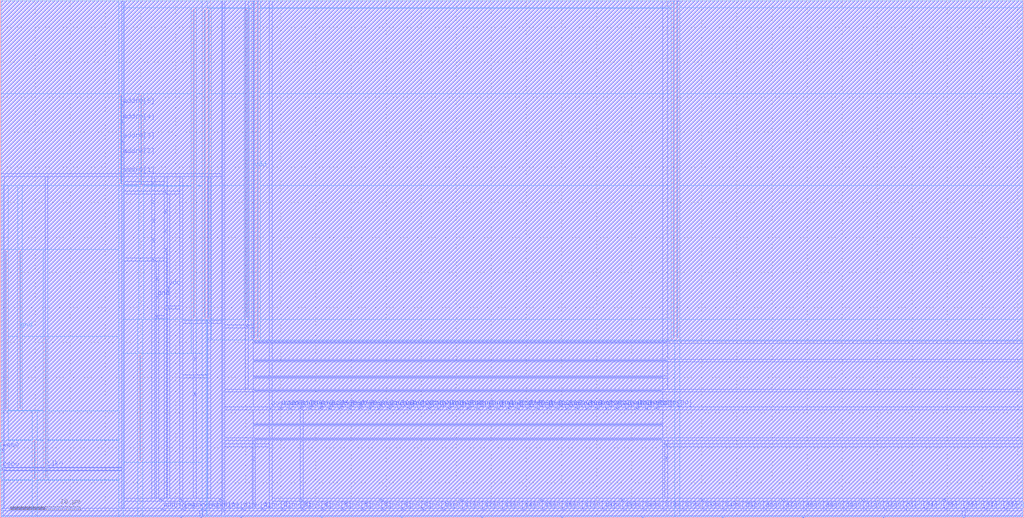
<source format=lef>
VERSION 5.4 ;
NAMESCASESENSITIVE ON ;
BUSBITCHARS "[]" ;
DIVIDERCHAR "/" ;
UNITS
  DATABASE MICRONS 2000 ;
END UNITS
MACRO freepdk45_sram_1rw0r_64x40_20
   CLASS BLOCK ;
   SIZE 145.91 BY 73.9025 ;
   SYMMETRY X Y R90 ;
   PIN din0[0]
      DIRECTION INPUT ;
      PORT
         LAYER metal3 ;
         RECT  31.725 1.105 31.86 1.24 ;
      END
   END din0[0]
   PIN din0[1]
      DIRECTION INPUT ;
      PORT
         LAYER metal3 ;
         RECT  34.585 1.105 34.72 1.24 ;
      END
   END din0[1]
   PIN din0[2]
      DIRECTION INPUT ;
      PORT
         LAYER metal3 ;
         RECT  37.445 1.105 37.58 1.24 ;
      END
   END din0[2]
   PIN din0[3]
      DIRECTION INPUT ;
      PORT
         LAYER metal3 ;
         RECT  40.305 1.105 40.44 1.24 ;
      END
   END din0[3]
   PIN din0[4]
      DIRECTION INPUT ;
      PORT
         LAYER metal3 ;
         RECT  43.165 1.105 43.3 1.24 ;
      END
   END din0[4]
   PIN din0[5]
      DIRECTION INPUT ;
      PORT
         LAYER metal3 ;
         RECT  46.025 1.105 46.16 1.24 ;
      END
   END din0[5]
   PIN din0[6]
      DIRECTION INPUT ;
      PORT
         LAYER metal3 ;
         RECT  48.885 1.105 49.02 1.24 ;
      END
   END din0[6]
   PIN din0[7]
      DIRECTION INPUT ;
      PORT
         LAYER metal3 ;
         RECT  51.745 1.105 51.88 1.24 ;
      END
   END din0[7]
   PIN din0[8]
      DIRECTION INPUT ;
      PORT
         LAYER metal3 ;
         RECT  54.605 1.105 54.74 1.24 ;
      END
   END din0[8]
   PIN din0[9]
      DIRECTION INPUT ;
      PORT
         LAYER metal3 ;
         RECT  57.465 1.105 57.6 1.24 ;
      END
   END din0[9]
   PIN din0[10]
      DIRECTION INPUT ;
      PORT
         LAYER metal3 ;
         RECT  60.325 1.105 60.46 1.24 ;
      END
   END din0[10]
   PIN din0[11]
      DIRECTION INPUT ;
      PORT
         LAYER metal3 ;
         RECT  63.185 1.105 63.32 1.24 ;
      END
   END din0[11]
   PIN din0[12]
      DIRECTION INPUT ;
      PORT
         LAYER metal3 ;
         RECT  66.045 1.105 66.18 1.24 ;
      END
   END din0[12]
   PIN din0[13]
      DIRECTION INPUT ;
      PORT
         LAYER metal3 ;
         RECT  68.905 1.105 69.04 1.24 ;
      END
   END din0[13]
   PIN din0[14]
      DIRECTION INPUT ;
      PORT
         LAYER metal3 ;
         RECT  71.765 1.105 71.9 1.24 ;
      END
   END din0[14]
   PIN din0[15]
      DIRECTION INPUT ;
      PORT
         LAYER metal3 ;
         RECT  74.625 1.105 74.76 1.24 ;
      END
   END din0[15]
   PIN din0[16]
      DIRECTION INPUT ;
      PORT
         LAYER metal3 ;
         RECT  77.485 1.105 77.62 1.24 ;
      END
   END din0[16]
   PIN din0[17]
      DIRECTION INPUT ;
      PORT
         LAYER metal3 ;
         RECT  80.345 1.105 80.48 1.24 ;
      END
   END din0[17]
   PIN din0[18]
      DIRECTION INPUT ;
      PORT
         LAYER metal3 ;
         RECT  83.205 1.105 83.34 1.24 ;
      END
   END din0[18]
   PIN din0[19]
      DIRECTION INPUT ;
      PORT
         LAYER metal3 ;
         RECT  86.065 1.105 86.2 1.24 ;
      END
   END din0[19]
   PIN din0[20]
      DIRECTION INPUT ;
      PORT
         LAYER metal3 ;
         RECT  88.925 1.105 89.06 1.24 ;
      END
   END din0[20]
   PIN din0[21]
      DIRECTION INPUT ;
      PORT
         LAYER metal3 ;
         RECT  91.785 1.105 91.92 1.24 ;
      END
   END din0[21]
   PIN din0[22]
      DIRECTION INPUT ;
      PORT
         LAYER metal3 ;
         RECT  94.645 1.105 94.78 1.24 ;
      END
   END din0[22]
   PIN din0[23]
      DIRECTION INPUT ;
      PORT
         LAYER metal3 ;
         RECT  97.505 1.105 97.64 1.24 ;
      END
   END din0[23]
   PIN din0[24]
      DIRECTION INPUT ;
      PORT
         LAYER metal3 ;
         RECT  100.365 1.105 100.5 1.24 ;
      END
   END din0[24]
   PIN din0[25]
      DIRECTION INPUT ;
      PORT
         LAYER metal3 ;
         RECT  103.225 1.105 103.36 1.24 ;
      END
   END din0[25]
   PIN din0[26]
      DIRECTION INPUT ;
      PORT
         LAYER metal3 ;
         RECT  106.085 1.105 106.22 1.24 ;
      END
   END din0[26]
   PIN din0[27]
      DIRECTION INPUT ;
      PORT
         LAYER metal3 ;
         RECT  108.945 1.105 109.08 1.24 ;
      END
   END din0[27]
   PIN din0[28]
      DIRECTION INPUT ;
      PORT
         LAYER metal3 ;
         RECT  111.805 1.105 111.94 1.24 ;
      END
   END din0[28]
   PIN din0[29]
      DIRECTION INPUT ;
      PORT
         LAYER metal3 ;
         RECT  114.665 1.105 114.8 1.24 ;
      END
   END din0[29]
   PIN din0[30]
      DIRECTION INPUT ;
      PORT
         LAYER metal3 ;
         RECT  117.525 1.105 117.66 1.24 ;
      END
   END din0[30]
   PIN din0[31]
      DIRECTION INPUT ;
      PORT
         LAYER metal3 ;
         RECT  120.385 1.105 120.52 1.24 ;
      END
   END din0[31]
   PIN din0[32]
      DIRECTION INPUT ;
      PORT
         LAYER metal3 ;
         RECT  123.245 1.105 123.38 1.24 ;
      END
   END din0[32]
   PIN din0[33]
      DIRECTION INPUT ;
      PORT
         LAYER metal3 ;
         RECT  126.105 1.105 126.24 1.24 ;
      END
   END din0[33]
   PIN din0[34]
      DIRECTION INPUT ;
      PORT
         LAYER metal3 ;
         RECT  128.965 1.105 129.1 1.24 ;
      END
   END din0[34]
   PIN din0[35]
      DIRECTION INPUT ;
      PORT
         LAYER metal3 ;
         RECT  131.825 1.105 131.96 1.24 ;
      END
   END din0[35]
   PIN din0[36]
      DIRECTION INPUT ;
      PORT
         LAYER metal3 ;
         RECT  134.685 1.105 134.82 1.24 ;
      END
   END din0[36]
   PIN din0[37]
      DIRECTION INPUT ;
      PORT
         LAYER metal3 ;
         RECT  137.545 1.105 137.68 1.24 ;
      END
   END din0[37]
   PIN din0[38]
      DIRECTION INPUT ;
      PORT
         LAYER metal3 ;
         RECT  140.405 1.105 140.54 1.24 ;
      END
   END din0[38]
   PIN din0[39]
      DIRECTION INPUT ;
      PORT
         LAYER metal3 ;
         RECT  143.265 1.105 143.4 1.24 ;
      END
   END din0[39]
   PIN addr0[0]
      DIRECTION INPUT ;
      PORT
         LAYER metal3 ;
         RECT  23.145 1.105 23.28 1.24 ;
      END
   END addr0[0]
   PIN addr0[1]
      DIRECTION INPUT ;
      PORT
         LAYER metal3 ;
         RECT  17.425 48.8075 17.56 48.9425 ;
      END
   END addr0[1]
   PIN addr0[2]
      DIRECTION INPUT ;
      PORT
         LAYER metal3 ;
         RECT  17.425 51.5375 17.56 51.6725 ;
      END
   END addr0[2]
   PIN addr0[3]
      DIRECTION INPUT ;
      PORT
         LAYER metal3 ;
         RECT  17.425 53.7475 17.56 53.8825 ;
      END
   END addr0[3]
   PIN addr0[4]
      DIRECTION INPUT ;
      PORT
         LAYER metal3 ;
         RECT  17.425 56.4775 17.56 56.6125 ;
      END
   END addr0[4]
   PIN addr0[5]
      DIRECTION INPUT ;
      PORT
         LAYER metal3 ;
         RECT  17.425 58.6875 17.56 58.8225 ;
      END
   END addr0[5]
   PIN csb0
      DIRECTION INPUT ;
      PORT
         LAYER metal3 ;
         RECT  0.285 6.8175 0.42 6.9525 ;
      END
   END csb0
   PIN web0
      DIRECTION INPUT ;
      PORT
         LAYER metal3 ;
         RECT  0.285 9.5475 0.42 9.6825 ;
      END
   END web0
   PIN clk0
      DIRECTION INPUT ;
      PORT
         LAYER metal3 ;
         RECT  6.5275 6.9025 6.6625 7.0375 ;
      END
   END clk0
   PIN wmask0[0]
      DIRECTION INPUT ;
      PORT
         LAYER metal3 ;
         RECT  26.005 1.105 26.14 1.24 ;
      END
   END wmask0[0]
   PIN wmask0[1]
      DIRECTION INPUT ;
      PORT
         LAYER metal3 ;
         RECT  28.865 1.105 29.0 1.24 ;
      END
   END wmask0[1]
   PIN dout0[0]
      DIRECTION OUTPUT ;
      PORT
         LAYER metal3 ;
         RECT  38.4675 15.5125 38.6025 15.6475 ;
      END
   END dout0[0]
   PIN dout0[1]
      DIRECTION OUTPUT ;
      PORT
         LAYER metal3 ;
         RECT  39.8775 15.5125 40.0125 15.6475 ;
      END
   END dout0[1]
   PIN dout0[2]
      DIRECTION OUTPUT ;
      PORT
         LAYER metal3 ;
         RECT  41.2875 15.5125 41.4225 15.6475 ;
      END
   END dout0[2]
   PIN dout0[3]
      DIRECTION OUTPUT ;
      PORT
         LAYER metal3 ;
         RECT  42.6975 15.5125 42.8325 15.6475 ;
      END
   END dout0[3]
   PIN dout0[4]
      DIRECTION OUTPUT ;
      PORT
         LAYER metal3 ;
         RECT  44.1075 15.5125 44.2425 15.6475 ;
      END
   END dout0[4]
   PIN dout0[5]
      DIRECTION OUTPUT ;
      PORT
         LAYER metal3 ;
         RECT  45.5175 15.5125 45.6525 15.6475 ;
      END
   END dout0[5]
   PIN dout0[6]
      DIRECTION OUTPUT ;
      PORT
         LAYER metal3 ;
         RECT  46.9275 15.5125 47.0625 15.6475 ;
      END
   END dout0[6]
   PIN dout0[7]
      DIRECTION OUTPUT ;
      PORT
         LAYER metal3 ;
         RECT  48.3375 15.5125 48.4725 15.6475 ;
      END
   END dout0[7]
   PIN dout0[8]
      DIRECTION OUTPUT ;
      PORT
         LAYER metal3 ;
         RECT  49.7475 15.5125 49.8825 15.6475 ;
      END
   END dout0[8]
   PIN dout0[9]
      DIRECTION OUTPUT ;
      PORT
         LAYER metal3 ;
         RECT  51.1575 15.5125 51.2925 15.6475 ;
      END
   END dout0[9]
   PIN dout0[10]
      DIRECTION OUTPUT ;
      PORT
         LAYER metal3 ;
         RECT  52.5675 15.5125 52.7025 15.6475 ;
      END
   END dout0[10]
   PIN dout0[11]
      DIRECTION OUTPUT ;
      PORT
         LAYER metal3 ;
         RECT  53.9775 15.5125 54.1125 15.6475 ;
      END
   END dout0[11]
   PIN dout0[12]
      DIRECTION OUTPUT ;
      PORT
         LAYER metal3 ;
         RECT  55.3875 15.5125 55.5225 15.6475 ;
      END
   END dout0[12]
   PIN dout0[13]
      DIRECTION OUTPUT ;
      PORT
         LAYER metal3 ;
         RECT  56.7975 15.5125 56.9325 15.6475 ;
      END
   END dout0[13]
   PIN dout0[14]
      DIRECTION OUTPUT ;
      PORT
         LAYER metal3 ;
         RECT  58.2075 15.5125 58.3425 15.6475 ;
      END
   END dout0[14]
   PIN dout0[15]
      DIRECTION OUTPUT ;
      PORT
         LAYER metal3 ;
         RECT  59.6175 15.5125 59.7525 15.6475 ;
      END
   END dout0[15]
   PIN dout0[16]
      DIRECTION OUTPUT ;
      PORT
         LAYER metal3 ;
         RECT  61.0275 15.5125 61.1625 15.6475 ;
      END
   END dout0[16]
   PIN dout0[17]
      DIRECTION OUTPUT ;
      PORT
         LAYER metal3 ;
         RECT  62.4375 15.5125 62.5725 15.6475 ;
      END
   END dout0[17]
   PIN dout0[18]
      DIRECTION OUTPUT ;
      PORT
         LAYER metal3 ;
         RECT  63.8475 15.5125 63.9825 15.6475 ;
      END
   END dout0[18]
   PIN dout0[19]
      DIRECTION OUTPUT ;
      PORT
         LAYER metal3 ;
         RECT  65.2575 15.5125 65.3925 15.6475 ;
      END
   END dout0[19]
   PIN dout0[20]
      DIRECTION OUTPUT ;
      PORT
         LAYER metal3 ;
         RECT  66.6675 15.5125 66.8025 15.6475 ;
      END
   END dout0[20]
   PIN dout0[21]
      DIRECTION OUTPUT ;
      PORT
         LAYER metal3 ;
         RECT  68.0775 15.5125 68.2125 15.6475 ;
      END
   END dout0[21]
   PIN dout0[22]
      DIRECTION OUTPUT ;
      PORT
         LAYER metal3 ;
         RECT  69.4875 15.5125 69.6225 15.6475 ;
      END
   END dout0[22]
   PIN dout0[23]
      DIRECTION OUTPUT ;
      PORT
         LAYER metal3 ;
         RECT  70.8975 15.5125 71.0325 15.6475 ;
      END
   END dout0[23]
   PIN dout0[24]
      DIRECTION OUTPUT ;
      PORT
         LAYER metal3 ;
         RECT  72.3075 15.5125 72.4425 15.6475 ;
      END
   END dout0[24]
   PIN dout0[25]
      DIRECTION OUTPUT ;
      PORT
         LAYER metal3 ;
         RECT  73.7175 15.5125 73.8525 15.6475 ;
      END
   END dout0[25]
   PIN dout0[26]
      DIRECTION OUTPUT ;
      PORT
         LAYER metal3 ;
         RECT  75.1275 15.5125 75.2625 15.6475 ;
      END
   END dout0[26]
   PIN dout0[27]
      DIRECTION OUTPUT ;
      PORT
         LAYER metal3 ;
         RECT  76.5375 15.5125 76.6725 15.6475 ;
      END
   END dout0[27]
   PIN dout0[28]
      DIRECTION OUTPUT ;
      PORT
         LAYER metal3 ;
         RECT  77.9475 15.5125 78.0825 15.6475 ;
      END
   END dout0[28]
   PIN dout0[29]
      DIRECTION OUTPUT ;
      PORT
         LAYER metal3 ;
         RECT  79.3575 15.5125 79.4925 15.6475 ;
      END
   END dout0[29]
   PIN dout0[30]
      DIRECTION OUTPUT ;
      PORT
         LAYER metal3 ;
         RECT  80.7675 15.5125 80.9025 15.6475 ;
      END
   END dout0[30]
   PIN dout0[31]
      DIRECTION OUTPUT ;
      PORT
         LAYER metal3 ;
         RECT  82.1775 15.5125 82.3125 15.6475 ;
      END
   END dout0[31]
   PIN dout0[32]
      DIRECTION OUTPUT ;
      PORT
         LAYER metal3 ;
         RECT  83.5875 15.5125 83.7225 15.6475 ;
      END
   END dout0[32]
   PIN dout0[33]
      DIRECTION OUTPUT ;
      PORT
         LAYER metal3 ;
         RECT  84.9975 15.5125 85.1325 15.6475 ;
      END
   END dout0[33]
   PIN dout0[34]
      DIRECTION OUTPUT ;
      PORT
         LAYER metal3 ;
         RECT  86.4075 15.5125 86.5425 15.6475 ;
      END
   END dout0[34]
   PIN dout0[35]
      DIRECTION OUTPUT ;
      PORT
         LAYER metal3 ;
         RECT  87.8175 15.5125 87.9525 15.6475 ;
      END
   END dout0[35]
   PIN dout0[36]
      DIRECTION OUTPUT ;
      PORT
         LAYER metal3 ;
         RECT  89.2275 15.5125 89.3625 15.6475 ;
      END
   END dout0[36]
   PIN dout0[37]
      DIRECTION OUTPUT ;
      PORT
         LAYER metal3 ;
         RECT  90.6375 15.5125 90.7725 15.6475 ;
      END
   END dout0[37]
   PIN dout0[38]
      DIRECTION OUTPUT ;
      PORT
         LAYER metal3 ;
         RECT  92.0475 15.5125 92.1825 15.6475 ;
      END
   END dout0[38]
   PIN dout0[39]
      DIRECTION OUTPUT ;
      PORT
         LAYER metal3 ;
         RECT  93.4575 15.5125 93.5925 15.6475 ;
      END
   END dout0[39]
   PIN vdd
      DIRECTION INOUT ;
      USE POWER ; 
      SHAPE ABUTMENT ; 
      PORT
         LAYER metal3 ;
         RECT  25.7225 2.47 25.8575 2.605 ;
         LAYER metal4 ;
         RECT  17.14 47.7 17.28 60.255 ;
         LAYER metal3 ;
         RECT  23.5225 46.3375 23.6575 46.4725 ;
         LAYER metal3 ;
         RECT  42.8825 2.47 43.0175 2.605 ;
         LAYER metal3 ;
         RECT  31.4425 2.47 31.5775 2.605 ;
         LAYER metal3 ;
         RECT  23.5225 38.1475 23.6575 38.2825 ;
         LAYER metal3 ;
         RECT  36.2225 18.1325 94.2625 18.2025 ;
         LAYER metal3 ;
         RECT  23.8675 29.9575 24.0025 30.0925 ;
         LAYER metal3 ;
         RECT  65.7625 2.47 65.8975 2.605 ;
         LAYER metal3 ;
         RECT  22.8625 2.47 22.9975 2.605 ;
         LAYER metal3 ;
         RECT  23.5225 40.8775 23.6575 41.0125 ;
         LAYER metal3 ;
         RECT  29.695 27.885 29.83 28.02 ;
         LAYER metal3 ;
         RECT  100.0825 2.47 100.2175 2.605 ;
         LAYER metal3 ;
         RECT  36.2225 11.205 94.2625 11.275 ;
         LAYER metal3 ;
         RECT  88.6425 2.47 88.7775 2.605 ;
         LAYER metal4 ;
         RECT  0.0 5.71 0.14 10.79 ;
         LAYER metal3 ;
         RECT  36.0875 10.2375 36.2225 10.3725 ;
         LAYER metal3 ;
         RECT  122.9625 2.47 123.0975 2.605 ;
         LAYER metal3 ;
         RECT  36.2225 24.985 94.9675 25.055 ;
         LAYER metal3 ;
         RECT  134.4025 2.47 134.5375 2.605 ;
         LAYER metal3 ;
         RECT  35.0775 27.2275 35.2125 27.3625 ;
         LAYER metal4 ;
         RECT  29.075 28.59 29.215 72.48 ;
         LAYER metal3 ;
         RECT  54.3225 2.47 54.4575 2.605 ;
         LAYER metal3 ;
         RECT  111.5225 2.47 111.6575 2.605 ;
         LAYER metal3 ;
         RECT  77.2025 2.47 77.3375 2.605 ;
         LAYER metal4 ;
         RECT  96.4 25.68 96.54 73.705 ;
         LAYER metal4 ;
         RECT  19.86 8.18 20.0 23.14 ;
         LAYER metal4 ;
         RECT  0.6875 15.5575 0.8275 37.96 ;
         LAYER metal4 ;
         RECT  35.075 28.59 35.215 72.41 ;
         LAYER metal3 ;
         RECT  27.645 20.0875 27.78 20.2225 ;
         LAYER metal3 ;
         RECT  94.8325 10.2375 94.9675 10.3725 ;
         LAYER metal3 ;
         RECT  23.5225 43.6075 23.6575 43.7425 ;
         LAYER metal3 ;
         RECT  23.8675 32.6875 24.0025 32.8225 ;
         LAYER metal4 ;
         RECT  36.155 25.68 36.295 73.705 ;
      END
   END vdd
   PIN gnd
      DIRECTION INOUT ;
      USE GROUND ; 
      SHAPE ABUTMENT ; 
      PORT
         LAYER metal3 ;
         RECT  137.2625 0.0 137.3975 0.135 ;
         LAYER metal3 ;
         RECT  45.7425 0.0 45.8775 0.135 ;
         LAYER metal4 ;
         RECT  29.635 28.5575 29.775 72.4425 ;
         LAYER metal3 ;
         RECT  91.5025 0.0 91.6375 0.135 ;
         LAYER metal3 ;
         RECT  21.715 47.7025 21.85 47.8375 ;
         LAYER metal3 ;
         RECT  102.9425 0.0 103.0775 0.135 ;
         LAYER metal3 ;
         RECT  80.0625 0.0 80.1975 0.135 ;
         LAYER metal4 ;
         RECT  4.845 5.645 4.985 10.855 ;
         LAYER metal3 ;
         RECT  36.0875 8.4175 36.2225 8.5525 ;
         LAYER metal3 ;
         RECT  21.715 36.7825 21.85 36.9175 ;
         LAYER metal3 ;
         RECT  68.6225 0.0 68.7575 0.135 ;
         LAYER metal3 ;
         RECT  21.715 44.9725 21.85 45.1075 ;
         LAYER metal3 ;
         RECT  21.715 42.2425 21.85 42.3775 ;
         LAYER metal4 ;
         RECT  6.385 5.71 6.525 25.61 ;
         LAYER metal3 ;
         RECT  22.34 28.5925 22.475 28.7275 ;
         LAYER metal3 ;
         RECT  36.2225 22.365 95.0 22.435 ;
         LAYER metal3 ;
         RECT  34.3025 0.0 34.4375 0.135 ;
         LAYER metal3 ;
         RECT  94.8325 8.4175 94.9675 8.5525 ;
         LAYER metal4 ;
         RECT  36.615 25.68 36.755 73.705 ;
         LAYER metal3 ;
         RECT  114.3825 0.0 114.5175 0.135 ;
         LAYER metal4 ;
         RECT  20.0 47.635 20.14 60.19 ;
         LAYER metal3 ;
         RECT  28.5825 0.0 28.7175 0.135 ;
         LAYER metal3 ;
         RECT  57.1825 0.0 57.3175 0.135 ;
         LAYER metal3 ;
         RECT  36.2225 13.255 94.2625 13.325 ;
         LAYER metal3 ;
         RECT  25.7225 0.0 25.8575 0.135 ;
         LAYER metal3 ;
         RECT  27.645 22.5575 27.78 22.6925 ;
         LAYER metal3 ;
         RECT  27.645 17.6175 27.78 17.7525 ;
         LAYER metal3 ;
         RECT  36.2225 20.025 94.2975 20.095 ;
         LAYER metal3 ;
         RECT  22.34 34.0525 22.475 34.1875 ;
         LAYER metal3 ;
         RECT  21.715 39.5125 21.85 39.6475 ;
         LAYER metal4 ;
         RECT  95.94 25.68 96.08 73.705 ;
         LAYER metal3 ;
         RECT  125.8225 0.0 125.9575 0.135 ;
         LAYER metal4 ;
         RECT  27.485 28.5575 27.625 72.48 ;
         LAYER metal3 ;
         RECT  22.34 31.3225 22.475 31.4575 ;
         LAYER metal4 ;
         RECT  2.75 15.59 2.89 37.9925 ;
      END
   END gnd
   OBS
   LAYER  metal1 ;
      RECT  0.14 0.14 145.77 73.7625 ;
   LAYER  metal2 ;
      RECT  0.14 0.14 145.77 73.7625 ;
   LAYER  metal3 ;
      RECT  31.585 0.14 32.0 0.965 ;
      RECT  32.0 0.965 34.445 1.38 ;
      RECT  34.86 0.965 37.305 1.38 ;
      RECT  37.72 0.965 40.165 1.38 ;
      RECT  40.58 0.965 43.025 1.38 ;
      RECT  43.44 0.965 45.885 1.38 ;
      RECT  46.3 0.965 48.745 1.38 ;
      RECT  49.16 0.965 51.605 1.38 ;
      RECT  52.02 0.965 54.465 1.38 ;
      RECT  54.88 0.965 57.325 1.38 ;
      RECT  57.74 0.965 60.185 1.38 ;
      RECT  60.6 0.965 63.045 1.38 ;
      RECT  63.46 0.965 65.905 1.38 ;
      RECT  66.32 0.965 68.765 1.38 ;
      RECT  69.18 0.965 71.625 1.38 ;
      RECT  72.04 0.965 74.485 1.38 ;
      RECT  74.9 0.965 77.345 1.38 ;
      RECT  77.76 0.965 80.205 1.38 ;
      RECT  80.62 0.965 83.065 1.38 ;
      RECT  83.48 0.965 85.925 1.38 ;
      RECT  86.34 0.965 88.785 1.38 ;
      RECT  89.2 0.965 91.645 1.38 ;
      RECT  92.06 0.965 94.505 1.38 ;
      RECT  94.92 0.965 97.365 1.38 ;
      RECT  97.78 0.965 100.225 1.38 ;
      RECT  100.64 0.965 103.085 1.38 ;
      RECT  103.5 0.965 105.945 1.38 ;
      RECT  106.36 0.965 108.805 1.38 ;
      RECT  109.22 0.965 111.665 1.38 ;
      RECT  112.08 0.965 114.525 1.38 ;
      RECT  114.94 0.965 117.385 1.38 ;
      RECT  117.8 0.965 120.245 1.38 ;
      RECT  120.66 0.965 123.105 1.38 ;
      RECT  123.52 0.965 125.965 1.38 ;
      RECT  126.38 0.965 128.825 1.38 ;
      RECT  129.24 0.965 131.685 1.38 ;
      RECT  132.1 0.965 134.545 1.38 ;
      RECT  134.96 0.965 137.405 1.38 ;
      RECT  137.82 0.965 140.265 1.38 ;
      RECT  140.68 0.965 143.125 1.38 ;
      RECT  143.54 0.965 145.77 1.38 ;
      RECT  0.14 0.965 23.005 1.38 ;
      RECT  0.14 48.6675 17.285 49.0825 ;
      RECT  0.14 49.0825 17.285 73.7625 ;
      RECT  17.285 1.38 17.7 48.6675 ;
      RECT  17.7 48.6675 31.585 49.0825 ;
      RECT  17.7 49.0825 31.585 73.7625 ;
      RECT  17.285 49.0825 17.7 51.3975 ;
      RECT  17.285 51.8125 17.7 53.6075 ;
      RECT  17.285 54.0225 17.7 56.3375 ;
      RECT  17.285 56.7525 17.7 58.5475 ;
      RECT  17.285 58.9625 17.7 73.7625 ;
      RECT  0.14 1.38 0.145 6.6775 ;
      RECT  0.14 6.6775 0.145 7.0925 ;
      RECT  0.14 7.0925 0.145 48.6675 ;
      RECT  0.145 1.38 0.56 6.6775 ;
      RECT  0.56 1.38 17.285 6.6775 ;
      RECT  0.145 7.0925 0.56 9.4075 ;
      RECT  0.145 9.8225 0.56 48.6675 ;
      RECT  0.56 6.6775 6.3875 6.7625 ;
      RECT  0.56 6.7625 6.3875 7.0925 ;
      RECT  6.3875 6.6775 6.8025 6.7625 ;
      RECT  6.8025 6.6775 17.285 6.7625 ;
      RECT  6.8025 6.7625 17.285 7.0925 ;
      RECT  0.56 7.0925 6.3875 7.1775 ;
      RECT  0.56 7.1775 6.3875 48.6675 ;
      RECT  6.3875 7.1775 6.8025 48.6675 ;
      RECT  6.8025 7.0925 17.285 7.1775 ;
      RECT  6.8025 7.1775 17.285 48.6675 ;
      RECT  23.42 0.965 25.865 1.38 ;
      RECT  26.28 0.965 28.725 1.38 ;
      RECT  29.14 0.965 31.585 1.38 ;
      RECT  32.0 15.3725 38.3275 15.7875 ;
      RECT  38.7425 15.3725 39.7375 15.7875 ;
      RECT  40.1525 15.3725 41.1475 15.7875 ;
      RECT  41.5625 15.3725 42.5575 15.7875 ;
      RECT  42.9725 15.3725 43.9675 15.7875 ;
      RECT  44.3825 15.3725 45.3775 15.7875 ;
      RECT  45.7925 15.3725 46.7875 15.7875 ;
      RECT  47.2025 15.3725 48.1975 15.7875 ;
      RECT  48.6125 15.3725 49.6075 15.7875 ;
      RECT  50.0225 15.3725 51.0175 15.7875 ;
      RECT  51.4325 15.3725 52.4275 15.7875 ;
      RECT  52.8425 15.3725 53.8375 15.7875 ;
      RECT  54.2525 15.3725 55.2475 15.7875 ;
      RECT  55.6625 15.3725 56.6575 15.7875 ;
      RECT  57.0725 15.3725 58.0675 15.7875 ;
      RECT  58.4825 15.3725 59.4775 15.7875 ;
      RECT  59.8925 15.3725 60.8875 15.7875 ;
      RECT  61.3025 15.3725 62.2975 15.7875 ;
      RECT  62.7125 15.3725 63.7075 15.7875 ;
      RECT  64.1225 15.3725 65.1175 15.7875 ;
      RECT  65.5325 15.3725 66.5275 15.7875 ;
      RECT  66.9425 15.3725 67.9375 15.7875 ;
      RECT  68.3525 15.3725 69.3475 15.7875 ;
      RECT  69.7625 15.3725 70.7575 15.7875 ;
      RECT  71.1725 15.3725 72.1675 15.7875 ;
      RECT  72.5825 15.3725 73.5775 15.7875 ;
      RECT  73.9925 15.3725 74.9875 15.7875 ;
      RECT  75.4025 15.3725 76.3975 15.7875 ;
      RECT  76.8125 15.3725 77.8075 15.7875 ;
      RECT  78.2225 15.3725 79.2175 15.7875 ;
      RECT  79.6325 15.3725 80.6275 15.7875 ;
      RECT  81.0425 15.3725 82.0375 15.7875 ;
      RECT  82.4525 15.3725 83.4475 15.7875 ;
      RECT  83.8625 15.3725 84.8575 15.7875 ;
      RECT  85.2725 15.3725 86.2675 15.7875 ;
      RECT  86.6825 15.3725 87.6775 15.7875 ;
      RECT  88.0925 15.3725 89.0875 15.7875 ;
      RECT  89.5025 15.3725 90.4975 15.7875 ;
      RECT  90.9125 15.3725 91.9075 15.7875 ;
      RECT  92.3225 15.3725 93.3175 15.7875 ;
      RECT  93.7325 15.3725 145.77 15.7875 ;
      RECT  17.7 1.38 25.5825 2.33 ;
      RECT  25.5825 1.38 25.9975 2.33 ;
      RECT  25.5825 2.745 25.9975 48.6675 ;
      RECT  25.9975 1.38 31.585 2.33 ;
      RECT  17.7 46.1975 23.3825 46.6125 ;
      RECT  23.3825 46.6125 23.7975 48.6675 ;
      RECT  23.7975 46.1975 25.5825 46.6125 ;
      RECT  23.7975 46.6125 25.5825 48.6675 ;
      RECT  38.7425 1.38 42.7425 2.33 ;
      RECT  38.7425 2.33 42.7425 2.745 ;
      RECT  42.7425 1.38 43.1575 2.33 ;
      RECT  43.1575 1.38 145.77 2.33 ;
      RECT  31.585 1.38 31.7175 2.33 ;
      RECT  31.585 2.745 31.7175 73.7625 ;
      RECT  31.7175 1.38 32.0 2.33 ;
      RECT  31.7175 2.33 32.0 2.745 ;
      RECT  31.7175 2.745 32.0 73.7625 ;
      RECT  25.9975 2.33 31.3025 2.745 ;
      RECT  32.0 15.7875 36.0825 17.9925 ;
      RECT  32.0 17.9925 36.0825 18.3425 ;
      RECT  36.0825 15.7875 38.3275 17.9925 ;
      RECT  38.3275 15.7875 38.7425 17.9925 ;
      RECT  38.7425 15.7875 94.4025 17.9925 ;
      RECT  94.4025 15.7875 145.77 17.9925 ;
      RECT  94.4025 17.9925 145.77 18.3425 ;
      RECT  23.7975 2.745 24.1425 29.8175 ;
      RECT  24.1425 2.745 25.5825 29.8175 ;
      RECT  24.1425 29.8175 25.5825 30.2325 ;
      RECT  24.1425 30.2325 25.5825 46.1975 ;
      RECT  23.3825 2.745 23.7275 29.8175 ;
      RECT  23.3825 29.8175 23.7275 30.2325 ;
      RECT  23.3825 30.2325 23.7275 38.0075 ;
      RECT  23.7275 2.745 23.7975 29.8175 ;
      RECT  17.7 2.33 22.7225 2.745 ;
      RECT  23.1375 2.33 25.5825 2.745 ;
      RECT  23.3825 38.4225 23.7975 40.7375 ;
      RECT  25.9975 27.745 29.555 28.16 ;
      RECT  25.9975 28.16 29.555 48.6675 ;
      RECT  29.555 2.745 29.97 27.745 ;
      RECT  29.555 28.16 29.97 48.6675 ;
      RECT  29.97 2.745 31.585 27.745 ;
      RECT  29.97 27.745 31.585 28.16 ;
      RECT  29.97 28.16 31.585 48.6675 ;
      RECT  32.0 11.065 36.0825 11.415 ;
      RECT  32.0 11.415 36.0825 15.3725 ;
      RECT  38.3275 1.38 38.7425 11.065 ;
      RECT  38.7425 2.745 42.7425 11.065 ;
      RECT  42.7425 2.745 43.1575 11.065 ;
      RECT  43.1575 2.745 94.4025 11.065 ;
      RECT  94.4025 11.065 145.77 11.415 ;
      RECT  94.4025 11.415 145.77 15.3725 ;
      RECT  88.9175 2.33 99.9425 2.745 ;
      RECT  32.0 1.38 35.9475 10.0975 ;
      RECT  32.0 10.0975 35.9475 10.5125 ;
      RECT  32.0 10.5125 35.9475 11.065 ;
      RECT  35.9475 10.5125 36.0825 11.065 ;
      RECT  36.0825 10.5125 36.3625 11.065 ;
      RECT  36.3625 1.38 38.3275 10.0975 ;
      RECT  36.3625 10.0975 38.3275 10.5125 ;
      RECT  36.3625 10.5125 38.3275 11.065 ;
      RECT  36.0825 25.195 38.3275 73.7625 ;
      RECT  38.3275 25.195 38.7425 73.7625 ;
      RECT  38.7425 25.195 94.4025 73.7625 ;
      RECT  94.4025 25.195 95.1075 73.7625 ;
      RECT  95.1075 24.845 145.77 25.195 ;
      RECT  95.1075 25.195 145.77 73.7625 ;
      RECT  123.2375 2.33 134.2625 2.745 ;
      RECT  134.6775 2.33 145.77 2.745 ;
      RECT  32.0 18.3425 34.9375 27.0875 ;
      RECT  32.0 27.0875 34.9375 27.5025 ;
      RECT  32.0 27.5025 34.9375 73.7625 ;
      RECT  34.9375 18.3425 35.3525 27.0875 ;
      RECT  34.9375 27.5025 35.3525 73.7625 ;
      RECT  35.3525 18.3425 36.0825 27.0875 ;
      RECT  35.3525 27.0875 36.0825 27.5025 ;
      RECT  35.3525 27.5025 36.0825 73.7625 ;
      RECT  43.1575 2.33 54.1825 2.745 ;
      RECT  54.5975 2.33 65.6225 2.745 ;
      RECT  100.3575 2.33 111.3825 2.745 ;
      RECT  111.7975 2.33 122.8225 2.745 ;
      RECT  66.0375 2.33 77.0625 2.745 ;
      RECT  77.4775 2.33 88.5025 2.745 ;
      RECT  25.9975 2.745 27.505 19.9475 ;
      RECT  25.9975 19.9475 27.505 20.3625 ;
      RECT  25.9975 20.3625 27.505 27.745 ;
      RECT  27.92 2.745 29.555 19.9475 ;
      RECT  27.92 19.9475 29.555 20.3625 ;
      RECT  27.92 20.3625 29.555 27.745 ;
      RECT  94.4025 2.745 94.6925 10.0975 ;
      RECT  94.4025 10.0975 94.6925 10.5125 ;
      RECT  94.4025 10.5125 94.6925 11.065 ;
      RECT  94.6925 10.5125 95.1075 11.065 ;
      RECT  95.1075 2.745 145.77 10.0975 ;
      RECT  95.1075 10.0975 145.77 10.5125 ;
      RECT  95.1075 10.5125 145.77 11.065 ;
      RECT  23.3825 41.1525 23.7975 43.4675 ;
      RECT  23.3825 43.8825 23.7975 46.1975 ;
      RECT  23.7975 30.2325 24.1425 32.5475 ;
      RECT  23.7975 32.9625 24.1425 46.1975 ;
      RECT  23.7275 30.2325 23.7975 32.5475 ;
      RECT  23.7275 32.9625 23.7975 38.0075 ;
      RECT  32.0 0.275 137.1225 0.965 ;
      RECT  137.1225 0.275 137.5375 0.965 ;
      RECT  137.5375 0.14 145.77 0.275 ;
      RECT  137.5375 0.275 145.77 0.965 ;
      RECT  17.7 46.6125 21.575 47.5625 ;
      RECT  17.7 47.5625 21.575 47.9775 ;
      RECT  17.7 47.9775 21.575 48.6675 ;
      RECT  21.575 46.6125 21.99 47.5625 ;
      RECT  21.575 47.9775 21.99 48.6675 ;
      RECT  21.99 46.6125 23.3825 47.5625 ;
      RECT  21.99 47.5625 23.3825 47.9775 ;
      RECT  21.99 47.9775 23.3825 48.6675 ;
      RECT  91.7775 0.14 102.8025 0.275 ;
      RECT  80.3375 0.14 91.3625 0.275 ;
      RECT  35.9475 1.38 36.0825 8.2775 ;
      RECT  35.9475 8.6925 36.0825 10.0975 ;
      RECT  36.0825 1.38 36.3625 8.2775 ;
      RECT  36.0825 8.6925 36.3625 10.0975 ;
      RECT  17.7 2.745 21.575 36.6425 ;
      RECT  17.7 36.6425 21.575 37.0575 ;
      RECT  17.7 37.0575 21.575 46.1975 ;
      RECT  21.575 2.745 21.99 36.6425 ;
      RECT  21.99 36.6425 23.3825 37.0575 ;
      RECT  21.99 37.0575 23.3825 46.1975 ;
      RECT  68.8975 0.14 79.9225 0.275 ;
      RECT  21.575 45.2475 21.99 46.1975 ;
      RECT  21.575 42.5175 21.99 44.8325 ;
      RECT  21.99 2.745 22.2 28.4525 ;
      RECT  21.99 28.4525 22.2 28.8675 ;
      RECT  21.99 28.8675 22.2 36.6425 ;
      RECT  22.2 2.745 22.615 28.4525 ;
      RECT  22.615 2.745 23.3825 28.4525 ;
      RECT  22.615 28.4525 23.3825 28.8675 ;
      RECT  22.615 28.8675 23.3825 36.6425 ;
      RECT  36.0825 22.575 38.3275 24.845 ;
      RECT  38.3275 22.575 38.7425 24.845 ;
      RECT  38.7425 22.575 94.4025 24.845 ;
      RECT  94.4025 22.575 95.1075 24.845 ;
      RECT  95.1075 18.3425 95.14 22.225 ;
      RECT  95.1075 22.575 95.14 24.845 ;
      RECT  95.14 18.3425 145.77 22.225 ;
      RECT  95.14 22.225 145.77 22.575 ;
      RECT  95.14 22.575 145.77 24.845 ;
      RECT  32.0 0.14 34.1625 0.275 ;
      RECT  34.5775 0.14 45.6025 0.275 ;
      RECT  94.6925 2.745 95.1075 8.2775 ;
      RECT  94.6925 8.6925 95.1075 10.0975 ;
      RECT  103.2175 0.14 114.2425 0.275 ;
      RECT  0.14 0.275 28.4425 0.965 ;
      RECT  28.4425 0.275 28.8575 0.965 ;
      RECT  28.8575 0.14 31.585 0.275 ;
      RECT  28.8575 0.275 31.585 0.965 ;
      RECT  46.0175 0.14 57.0425 0.275 ;
      RECT  57.4575 0.14 68.4825 0.275 ;
      RECT  36.0825 11.415 38.3275 13.115 ;
      RECT  36.0825 13.465 38.3275 15.3725 ;
      RECT  38.3275 11.415 38.7425 13.115 ;
      RECT  38.3275 13.465 38.7425 15.3725 ;
      RECT  38.7425 11.415 42.7425 13.115 ;
      RECT  38.7425 13.465 42.7425 15.3725 ;
      RECT  42.7425 11.415 43.1575 13.115 ;
      RECT  42.7425 13.465 43.1575 15.3725 ;
      RECT  43.1575 11.415 94.4025 13.115 ;
      RECT  43.1575 13.465 94.4025 15.3725 ;
      RECT  0.14 0.14 25.5825 0.275 ;
      RECT  25.9975 0.14 28.4425 0.275 ;
      RECT  27.505 20.3625 27.92 22.4175 ;
      RECT  27.505 22.8325 27.92 27.745 ;
      RECT  27.505 2.745 27.92 17.4775 ;
      RECT  27.505 17.8925 27.92 19.9475 ;
      RECT  36.0825 18.3425 38.3275 19.885 ;
      RECT  36.0825 20.235 38.3275 22.225 ;
      RECT  38.3275 18.3425 38.7425 19.885 ;
      RECT  38.3275 20.235 38.7425 22.225 ;
      RECT  38.7425 18.3425 94.4025 19.885 ;
      RECT  38.7425 20.235 94.4025 22.225 ;
      RECT  94.4025 18.3425 94.4375 19.885 ;
      RECT  94.4025 20.235 94.4375 22.225 ;
      RECT  94.4375 18.3425 95.1075 19.885 ;
      RECT  94.4375 19.885 95.1075 20.235 ;
      RECT  94.4375 20.235 95.1075 22.225 ;
      RECT  22.2 34.3275 22.615 36.6425 ;
      RECT  21.575 37.0575 21.99 39.3725 ;
      RECT  21.575 39.7875 21.99 42.1025 ;
      RECT  114.6575 0.14 125.6825 0.275 ;
      RECT  126.0975 0.14 137.1225 0.275 ;
      RECT  22.2 28.8675 22.615 31.1825 ;
      RECT  22.2 31.5975 22.615 33.9125 ;
   LAYER  metal4 ;
      RECT  0.14 47.42 16.86 60.535 ;
      RECT  0.14 60.535 16.86 73.7625 ;
      RECT  16.86 0.14 17.56 47.42 ;
      RECT  16.86 60.535 17.56 73.7625 ;
      RECT  0.14 0.14 0.42 5.43 ;
      RECT  17.56 72.76 28.795 73.7625 ;
      RECT  28.795 72.76 29.495 73.7625 ;
      RECT  29.495 0.14 96.12 25.4 ;
      RECT  96.12 0.14 96.82 25.4 ;
      RECT  96.82 0.14 145.77 25.4 ;
      RECT  96.82 25.4 145.77 28.31 ;
      RECT  96.82 28.31 145.77 47.42 ;
      RECT  96.82 47.42 145.77 60.535 ;
      RECT  96.82 60.535 145.77 72.76 ;
      RECT  96.82 72.76 145.77 73.7625 ;
      RECT  17.56 0.14 19.58 7.9 ;
      RECT  17.56 7.9 19.58 23.42 ;
      RECT  17.56 23.42 19.58 28.31 ;
      RECT  19.58 0.14 20.28 7.9 ;
      RECT  19.58 23.42 20.28 28.31 ;
      RECT  20.28 0.14 28.795 7.9 ;
      RECT  20.28 7.9 28.795 23.42 ;
      RECT  0.14 11.07 0.4075 15.2775 ;
      RECT  0.14 15.2775 0.4075 38.24 ;
      RECT  0.14 38.24 0.4075 47.42 ;
      RECT  0.4075 11.07 0.42 15.2775 ;
      RECT  0.4075 38.24 0.42 47.42 ;
      RECT  0.42 11.07 1.1075 15.2775 ;
      RECT  0.42 38.24 1.1075 47.42 ;
      RECT  34.795 72.69 35.495 72.76 ;
      RECT  29.495 72.76 35.875 73.7625 ;
      RECT  35.495 28.31 35.875 47.42 ;
      RECT  35.495 47.42 35.875 60.535 ;
      RECT  35.495 60.535 35.875 72.69 ;
      RECT  35.495 72.69 35.875 72.76 ;
      RECT  28.795 0.14 29.355 28.2775 ;
      RECT  28.795 28.2775 29.355 28.31 ;
      RECT  29.355 0.14 29.495 28.2775 ;
      RECT  30.055 28.31 34.795 47.42 ;
      RECT  30.055 47.42 34.795 60.535 ;
      RECT  30.055 60.535 34.795 72.69 ;
      RECT  29.495 72.7225 30.055 72.76 ;
      RECT  30.055 72.69 34.795 72.7225 ;
      RECT  30.055 72.7225 34.795 72.76 ;
      RECT  29.495 25.4 30.055 28.2775 ;
      RECT  30.055 25.4 35.875 28.2775 ;
      RECT  30.055 28.2775 35.875 28.31 ;
      RECT  0.42 0.14 4.565 5.365 ;
      RECT  0.42 5.365 4.565 5.43 ;
      RECT  4.565 0.14 5.265 5.365 ;
      RECT  5.265 0.14 16.86 5.365 ;
      RECT  5.265 5.365 16.86 5.43 ;
      RECT  0.42 5.43 4.565 11.07 ;
      RECT  1.1075 11.07 4.565 11.135 ;
      RECT  1.1075 11.135 4.565 15.2775 ;
      RECT  4.565 11.135 5.265 15.2775 ;
      RECT  6.105 25.89 6.805 38.24 ;
      RECT  6.805 15.2775 16.86 25.89 ;
      RECT  6.805 25.89 16.86 38.24 ;
      RECT  5.265 5.43 6.105 11.07 ;
      RECT  6.805 5.43 16.86 11.07 ;
      RECT  5.265 11.07 6.105 11.135 ;
      RECT  6.805 11.07 16.86 11.135 ;
      RECT  5.265 11.135 6.105 15.2775 ;
      RECT  6.805 11.135 16.86 15.2775 ;
      RECT  17.56 28.31 19.72 47.355 ;
      RECT  17.56 47.355 19.72 47.42 ;
      RECT  19.72 28.31 20.42 47.355 ;
      RECT  17.56 47.42 19.72 60.47 ;
      RECT  17.56 60.47 19.72 60.535 ;
      RECT  19.72 60.47 20.42 60.535 ;
      RECT  37.035 25.4 95.66 28.31 ;
      RECT  37.035 72.76 95.66 73.7625 ;
      RECT  37.035 28.31 95.66 47.42 ;
      RECT  37.035 47.42 95.66 60.535 ;
      RECT  37.035 60.535 95.66 72.69 ;
      RECT  37.035 72.69 95.66 72.76 ;
      RECT  17.56 60.535 27.205 72.76 ;
      RECT  27.905 60.535 28.795 72.76 ;
      RECT  20.28 23.42 27.205 28.2775 ;
      RECT  20.28 28.2775 27.205 28.31 ;
      RECT  27.205 23.42 27.905 28.2775 ;
      RECT  27.905 23.42 28.795 28.2775 ;
      RECT  27.905 28.2775 28.795 28.31 ;
      RECT  20.42 28.31 27.205 47.355 ;
      RECT  27.905 28.31 28.795 47.355 ;
      RECT  20.42 47.355 27.205 47.42 ;
      RECT  27.905 47.355 28.795 47.42 ;
      RECT  20.42 47.42 27.205 60.47 ;
      RECT  27.905 47.42 28.795 60.47 ;
      RECT  20.42 60.47 27.205 60.535 ;
      RECT  27.905 60.47 28.795 60.535 ;
      RECT  1.1075 38.24 2.47 38.2725 ;
      RECT  1.1075 38.2725 2.47 47.42 ;
      RECT  2.47 38.2725 3.17 47.42 ;
      RECT  3.17 38.24 16.86 38.2725 ;
      RECT  3.17 38.2725 16.86 47.42 ;
      RECT  1.1075 15.2775 2.47 15.31 ;
      RECT  1.1075 15.31 2.47 25.89 ;
      RECT  2.47 15.2775 3.17 15.31 ;
      RECT  3.17 15.2775 6.105 15.31 ;
      RECT  3.17 15.31 6.105 25.89 ;
      RECT  1.1075 25.89 2.47 38.24 ;
      RECT  3.17 25.89 6.105 38.24 ;
   END
END    freepdk45_sram_1rw0r_64x40_20
END    LIBRARY

</source>
